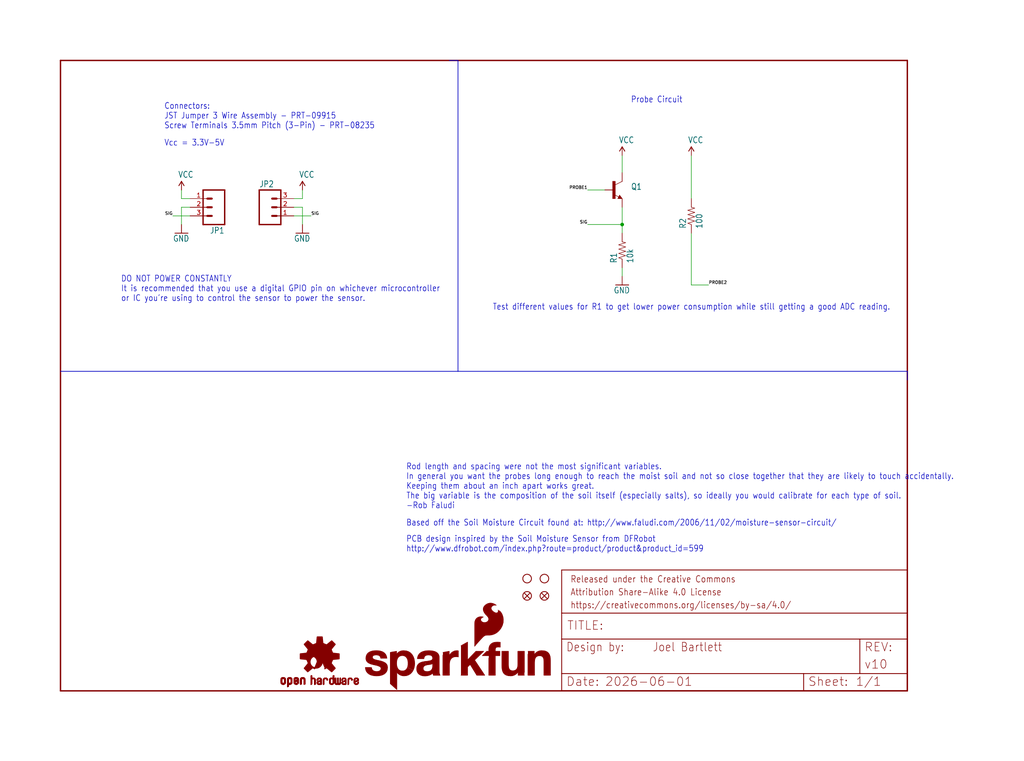
<source format=kicad_sch>
(kicad_sch (version 20231120) (generator "eeschema") (generator_version "8.0")
  (paper "User" 301.015 223.926)
  (lib_symbols
    (symbol "SparkFun_Soil_Moisture_Sensor-eagle-import:100OHM-1/4W-5%(0603)"
      (property "Reference" "R" (at -3.81 1.4986 0))
      (symbol "100OHM-1/4W-5%(0603)_1_0"
        (pin passive line (at -5.08 0 0) (length 2.54) (name "1") (number "1"))
        (pin passive line (at 5.08 0 180) (length 2.54) (name "2") (number "2"))
      )
    )
    (symbol "SparkFun_Soil_Moisture_Sensor-eagle-import:FIDUCIAL1X2")
    (symbol "SparkFun_Soil_Moisture_Sensor-eagle-import:FRAME-LETTER"
      (symbol "FRAME-LETTER_2_0"
        (text "${#}/${##}" (at 86.36 1.27 0) (effects (font (size 2.54 2.54)) (justify left bottom)))
        (text "${CURRENT_DATE}" (at 12.7 1.27 0) (effects (font (size 2.54 2.54)) (justify left bottom)))
        (text "${DESIGNER}" (at 26.67 11.43 0) (effects (font (size 2.54 2.159)) (justify left bottom)))
        (text "${PROJECTNAME}" (at 15.494 17.78 0) (effects (font (size 2.7432 2.7432)) (justify left bottom)))
        (text "${VERSION}" (at 88.9 6.35 0) (effects (font (size 2.54 2.54)) (justify left bottom)))
        (text "Attribution Share-Alike 4.0 License" (at 2.54 27.94 0) (effects (font (size 1.9304 1.6408)) (justify left bottom)))
        (text "Date:" (at 1.27 1.27 0) (effects (font (size 2.54 2.54)) (justify left bottom)))
        (text "Design by:" (at 1.27 11.43 0) (effects (font (size 2.54 2.159)) (justify left bottom)))
        (text "https://creativecommons.org/licenses/by-sa/4.0/" (at 2.54 24.13 0) (effects (font (size 1.9304 1.6408)) (justify left bottom)))
        (text "Released under the Creative Commons" (at 2.54 31.75 0) (effects (font (size 1.9304 1.6408)) (justify left bottom)))
        (text "REV:" (at 88.9 11.43 0) (effects (font (size 2.54 2.54)) (justify left bottom)))
        (text "Sheet:" (at 72.39 1.27 0) (effects (font (size 2.54 2.54)) (justify left bottom)))
        (text "TITLE:" (at 1.524 17.78 0) (effects (font (size 2.54 2.54)) (justify left bottom)))
      )
    )
    (symbol "SparkFun_Soil_Moisture_Sensor-eagle-import:GND" (power)
      (symbol "GND_1_0"
        (pin power_in line (at 0 2.54 270) (length 2.54) (name "GND") (number "1"))
      )
    )
    (symbol "SparkFun_Soil_Moisture_Sensor-eagle-import:M03POLAR"
      (property "Reference" "JP" (at -2.54 5.842 0))
      (symbol "M03POLAR_1_0"
        (pin passive line (at 7.62 -2.54 180) (length 5.08) (name "1") (number "1"))
        (pin passive line (at 7.62 0 180) (length 5.08) (name "2") (number "2"))
        (pin passive line (at 7.62 2.54 180) (length 5.08) (name "3") (number "3"))
      )
    )
    (symbol "SparkFun_Soil_Moisture_Sensor-eagle-import:M03SCREW_LOCK"
      (property "Reference" "JP" (at -2.54 5.842 0))
      (symbol "M03SCREW_LOCK_1_0"
        (pin passive line (at 7.62 -2.54 180) (length 5.08) (name "1") (number "1"))
        (pin passive line (at 7.62 0 180) (length 5.08) (name "2") (number "2"))
        (pin passive line (at 7.62 2.54 180) (length 5.08) (name "3") (number "3"))
      )
    )
    (symbol "SparkFun_Soil_Moisture_Sensor-eagle-import:OSHW-LOGOS")
    (symbol "SparkFun_Soil_Moisture_Sensor-eagle-import:SFE_LOGO_NAME_FLAME.1_INCH")
    (symbol "SparkFun_Soil_Moisture_Sensor-eagle-import:STAND-OFF")
    (symbol "SparkFun_Soil_Moisture_Sensor-eagle-import:TRANSISTOR_NPNMMBT2222A"
      (property "Reference" "Q" (at 5.08 0 0))
      (symbol "TRANSISTOR_NPNMMBT2222A_1_0"
        (pin passive line (at -2.54 0 0) (length 2.54) (name "B") (number "1"))
        (pin passive line (at 2.54 -5.08 90) (length 2.54) (name "E") (number "2"))
        (pin passive line (at 2.54 5.08 270) (length 2.54) (name "C") (number "3"))
      )
    )
    (symbol "SparkFun_Soil_Moisture_Sensor-eagle-import:VCC" (power)
      (symbol "VCC_1_0"
        (pin power_in line (at 0 0 90) (length 2.54) (name "VCC") (number "1"))
      )
    )
  )
  (junction (at 182.88 66.04))
  (wire (pts (xy 182.88 68.58) (xy 182.88 66.04)) (stroke (width 0.1524)))
  (wire (pts (xy 182.88 66.04) (xy 172.72 66.04)) (stroke (width 0.1524)))
  (wire (pts (xy 55.88 58.42) (xy 53.34 58.42)) (stroke (width 0.1524)))
  (polyline (pts (xy 17.78 109.22) (xy 134.62 109.22)) (stroke (width 0.2032) (type solid)))
  (wire (pts (xy 88.9 66.04) (xy 88.9 60.96)) (stroke (width 0.1524)))
  (wire (pts (xy 55.88 63.5) (xy 50.8 63.5)) (stroke (width 0.1524)))
  (wire (pts (xy 182.88 66.04) (xy 182.88 60.96)) (stroke (width 0.1524)))
  (wire (pts (xy 203.2 68.58) (xy 203.2 83.82)) (stroke (width 0.1524)))
  (wire (pts (xy 203.2 58.42) (xy 203.2 45.72)) (stroke (width 0.1524)))
  (wire (pts (xy 203.2 83.82) (xy 208.28 83.82)) (stroke (width 0.1524)))
  (polyline (pts (xy 132.08 17.78) (xy 134.62 17.78)) (stroke (width 0.2032) (type solid)))
  (wire (pts (xy 53.34 60.96) (xy 53.34 66.04)) (stroke (width 0.1524)))
  (polyline (pts (xy 134.62 17.78) (xy 134.62 109.22)) (stroke (width 0.2032) (type solid)))
  (wire (pts (xy 55.88 60.96) (xy 53.34 60.96)) (stroke (width 0.1524)))
  (wire (pts (xy 177.8 55.88) (xy 172.72 55.88)) (stroke (width 0.1524)))
  (wire (pts (xy 53.34 58.42) (xy 53.34 55.88)) (stroke (width 0.1524)))
  (wire (pts (xy 88.9 58.42) (xy 88.9 55.88)) (stroke (width 0.1524)))
  (polyline (pts (xy 266.7 109.22) (xy 266.7 111.76)) (stroke (width 0.2032) (type solid)))
  (wire (pts (xy 182.88 45.72) (xy 182.88 50.8)) (stroke (width 0.1524)))
  (polyline (pts (xy 134.62 109.22) (xy 266.7 109.22)) (stroke (width 0.2032) (type solid)))
  (wire (pts (xy 86.36 63.5) (xy 91.44 63.5)) (stroke (width 0.1524)))
  (wire (pts (xy 182.88 81.28) (xy 182.88 78.74)) (stroke (width 0.1524)))
  (wire (pts (xy 88.9 60.96) (xy 86.36 60.96)) (stroke (width 0.1524)))
  (wire (pts (xy 86.36 58.42) (xy 88.9 58.42)) (stroke (width 0.1524)))
  (text "Vcc = 3.3V-5V" (at 48.26 43.18 0) (effects (font (size 1.778 1.5113)) (justify left bottom)))
  (text "Based off the Soil Moisture Circuit found at: http://www.faludi.com/2006/11/02/moisture-sensor-circuit/" (at 119.38 154.94 0) (effects (font (size 1.778 1.5113)) (justify left bottom)))
  (text "PCB design inspired by the Soil Moisture Sensor from DFRobot\nhttp://www.dfrobot.com/index.php?route=product/product&product_id=599" (at 119.38 162.56 0) (effects (font (size 1.778 1.5113)) (justify left bottom)))
  (text "DO NOT POWER CONSTANTLY\nIt is recommended that you use a digital GPIO pin on whichever microcontroller\nor IC you're using to control the sensor to power the sensor." (at 35.56 88.9 0) (effects (font (size 1.778 1.5113)) (justify left bottom)))
  (text "Connectors:\nJST Jumper 3 Wire Assembly - PRT-09915\nScrew Terminals 3.5mm Pitch (3-Pin) - PRT-08235" (at 48.26 38.1 0) (effects (font (size 1.778 1.5113)) (justify left bottom)))
  (text "Test different values for R1 to get lower power consumption while still getting a good ADC reading." (at 144.78 91.44 0) (effects (font (size 1.778 1.5113)) (justify left bottom)))
  (text "Rod length and spacing were not the most significant variables.\nIn general you want the probes long enough to reach the moist soil and not so close together that they are likely to touch accidentally.\nKeeping them about an inch apart works great.\nThe big variable is the composition of the soil itself (especially salts), so ideally you would calibrate for each type of soil.\n-Rob Faludi" (at 119.38 149.86 0) (effects (font (size 1.778 1.5113)) (justify left bottom)))
  (text "Probe Circuit" (at 185.42 30.48 0) (effects (font (size 1.778 1.5113)) (justify left bottom)))
  (label "PROBE2" (at 208.28 83.82 0) (effects (font (size 0.889 0.889))))
  (label "PROBE1" (at 172.72 55.88 180) (effects (font (size 0.889 0.889))))
  (label "SIG" (at 50.8 63.5 180) (effects (font (size 0.889 0.889))))
  (label "SIG" (at 91.44 63.5 0) (effects (font (size 0.889 0.889))))
  (label "SIG" (at 172.72 66.04 180) (effects (font (size 0.889 0.889))))
  (symbol (lib_id "SparkFun_Soil_Moisture_Sensor-eagle-import:FIDUCIAL1X2") (at 154.94 175.26 0) (unit 1)
    (property "Reference" "FID1" (effects (hide yes)))
    (property "Value" "FIDUCIAL1X2" (effects (hide yes)))
    (property "Footprint" "SparkFun_Soil_Moisture_Sensor:FIDUCIAL-1X2" (effects (hide yes)))
  )
  (symbol (lib_id "SparkFun_Soil_Moisture_Sensor-eagle-import:SFE_LOGO_NAME_FLAME.1_INCH") (at 106.68 203.2 0) (unit 1)
    (property "Reference" "LOGO1" (effects (hide yes)))
    (property "Value" "SFE_LOGO_NAME_FLAME.1_INCH" (effects (hide yes)))
    (property "Footprint" "SparkFun_Soil_Moisture_Sensor:SFE_LOGO_NAME_FLAME_.1" (effects (hide yes)))
  )
  (symbol (lib_id "SparkFun_Soil_Moisture_Sensor-eagle-import:GND") (at 182.88 83.82 0) (unit 1)
    (property "Reference" "#GND01" (effects (hide yes)))
    (property "Value" "GND" (at 180.34 86.36 0) (effects (font (size 1.778 1.5113)) (justify left bottom)))
  )
  (symbol (lib_id "SparkFun_Soil_Moisture_Sensor-eagle-import:FIDUCIAL1X2") (at 160.02 175.26 0) (unit 1)
    (property "Reference" "FID2" (effects (hide yes)))
    (property "Value" "FIDUCIAL1X2" (effects (hide yes)))
    (property "Footprint" "SparkFun_Soil_Moisture_Sensor:FIDUCIAL-1X2" (effects (hide yes)))
  )
  (symbol (lib_id "SparkFun_Soil_Moisture_Sensor-eagle-import:FRAME-LETTER") (at 165.1 203.2 0) (unit 2)
    (property "Reference" "FRAME1" (effects (hide yes)))
    (property "Value" "FRAME-LETTER" (effects (hide yes)))
    (property "Footprint" "SparkFun_Soil_Moisture_Sensor:CREATIVE_COMMONS" (effects (hide yes)))
    (property "DESIGNER" "Joel Bartlett" (effects (hide yes)))
    (property "VERSION" "v10" (effects (hide yes)))
  )
  (symbol (lib_id "SparkFun_Soil_Moisture_Sensor-eagle-import:100OHM-1/4W-5%(0603)") (at 182.88 73.66 90) (unit 1)
    (property "Reference" "R1" (at 181.3814 77.47 0) (effects (font (size 1.778 1.5113)) (justify left bottom)))
    (property "Value" "10k" (at 186.182 77.47 0) (effects (font (size 1.778 1.5113)) (justify left bottom)))
    (property "Footprint" "SparkFun_Soil_Moisture_Sensor:0603-RES" (effects (hide yes)))
  )
  (symbol (lib_id "SparkFun_Soil_Moisture_Sensor-eagle-import:GND") (at 53.34 68.58 0) (unit 1)
    (property "Reference" "#GND03" (effects (hide yes)))
    (property "Value" "GND" (at 50.8 71.12 0) (effects (font (size 1.778 1.5113)) (justify left bottom)))
  )
  (symbol (lib_id "SparkFun_Soil_Moisture_Sensor-eagle-import:100OHM-1/4W-5%(0603)") (at 203.2 63.5 90) (unit 1)
    (property "Reference" "R2" (at 201.7014 67.31 0) (effects (font (size 1.778 1.5113)) (justify left bottom)))
    (property "Value" "100" (at 206.502 67.31 0) (effects (font (size 1.778 1.5113)) (justify left bottom)))
    (property "Footprint" "SparkFun_Soil_Moisture_Sensor:0603-RES" (effects (hide yes)))
  )
  (symbol (lib_id "SparkFun_Soil_Moisture_Sensor-eagle-import:FRAME-LETTER") (at 17.78 203.2 0) (unit 1)
    (property "Reference" "FRAME1" (effects (hide yes)))
    (property "Value" "FRAME-LETTER" (effects (hide yes)))
    (property "Footprint" "SparkFun_Soil_Moisture_Sensor:CREATIVE_COMMONS" (effects (hide yes)))
    (property "DESIGNER" "Joel Bartlett" (effects (hide yes)))
    (property "VERSION" "v10" (effects (hide yes)))
  )
  (symbol (lib_id "SparkFun_Soil_Moisture_Sensor-eagle-import:VCC") (at 53.34 55.88 0) (unit 1)
    (property "Reference" "#SUPPLY04" (effects (hide yes)))
    (property "Value" "VCC" (at 52.324 52.324 0) (effects (font (size 1.778 1.5113)) (justify left bottom)))
  )
  (symbol (lib_id "SparkFun_Soil_Moisture_Sensor-eagle-import:TRANSISTOR_NPNMMBT2222A") (at 180.34 55.88 0) (unit 1)
    (property "Reference" "Q1" (at 185.42 55.88 0) (effects (font (size 1.778 1.5113)) (justify left bottom)))
    (property "Value" "TRANSISTOR_NPNMMBT2222A" (effects (hide yes)))
    (property "Footprint" "SparkFun_Soil_Moisture_Sensor:SOT23-3" (effects (hide yes)))
  )
  (symbol (lib_id "SparkFun_Soil_Moisture_Sensor-eagle-import:GND") (at 88.9 68.58 0) (unit 1)
    (property "Reference" "#GND02" (effects (hide yes)))
    (property "Value" "GND" (at 86.36 71.12 0) (effects (font (size 1.778 1.5113)) (justify left bottom)))
  )
  (symbol (lib_id "SparkFun_Soil_Moisture_Sensor-eagle-import:VCC") (at 182.88 45.72 0) (unit 1)
    (property "Reference" "#SUPPLY01" (effects (hide yes)))
    (property "Value" "VCC" (at 181.864 42.164 0) (effects (font (size 1.778 1.5113)) (justify left bottom)))
  )
  (symbol (lib_id "SparkFun_Soil_Moisture_Sensor-eagle-import:OSHW-LOGOS") (at 93.98 193.04 0) (unit 1)
    (property "Reference" "LOGO2" (effects (hide yes)))
    (property "Value" "OSHW-LOGOS" (effects (hide yes)))
    (property "Footprint" "SparkFun_Soil_Moisture_Sensor:OSHW-LOGO-S" (effects (hide yes)))
  )
  (symbol (lib_id "SparkFun_Soil_Moisture_Sensor-eagle-import:M03POLAR") (at 63.5 60.96 180) (unit 1)
    (property "Reference" "JP1" (at 66.04 66.802 0) (effects (font (size 1.778 1.5113)) (justify left bottom)))
    (property "Value" "M03POLAR" (effects (hide yes)))
    (property "Footprint" "SparkFun_Soil_Moisture_Sensor:MOLEX-1X3" (effects (hide yes)))
  )
  (symbol (lib_id "SparkFun_Soil_Moisture_Sensor-eagle-import:VCC") (at 203.2 45.72 0) (unit 1)
    (property "Reference" "#SUPPLY02" (effects (hide yes)))
    (property "Value" "VCC" (at 202.184 42.164 0) (effects (font (size 1.778 1.5113)) (justify left bottom)))
  )
  (symbol (lib_id "SparkFun_Soil_Moisture_Sensor-eagle-import:STAND-OFF") (at 160.02 170.18 0) (unit 1)
    (property "Reference" "STANDOFF2" (effects (hide yes)))
    (property "Value" "STAND-OFF" (effects (hide yes)))
    (property "Footprint" "SparkFun_Soil_Moisture_Sensor:STAND-OFF" (effects (hide yes)))
  )
  (symbol (lib_id "SparkFun_Soil_Moisture_Sensor-eagle-import:STAND-OFF") (at 154.94 170.18 0) (unit 1)
    (property "Reference" "STANDOFF1" (effects (hide yes)))
    (property "Value" "STAND-OFF" (effects (hide yes)))
    (property "Footprint" "SparkFun_Soil_Moisture_Sensor:STAND-OFF" (effects (hide yes)))
  )
  (symbol (lib_id "SparkFun_Soil_Moisture_Sensor-eagle-import:VCC") (at 88.9 55.88 0) (unit 1)
    (property "Reference" "#SUPPLY03" (effects (hide yes)))
    (property "Value" "VCC" (at 87.884 52.324 0) (effects (font (size 1.778 1.5113)) (justify left bottom)))
  )
  (symbol (lib_id "SparkFun_Soil_Moisture_Sensor-eagle-import:M03SCREW_LOCK") (at 78.74 60.96 0) (unit 1)
    (property "Reference" "JP2" (at 76.2 55.118 0) (effects (font (size 1.778 1.5113)) (justify left bottom)))
    (property "Value" "M03SCREW_LOCK" (effects (hide yes)))
    (property "Footprint" "SparkFun_Soil_Moisture_Sensor:SCREWTERMINAL-3.5MM-3_LOCK.007S" (effects (hide yes)))
  )
)
</source>
